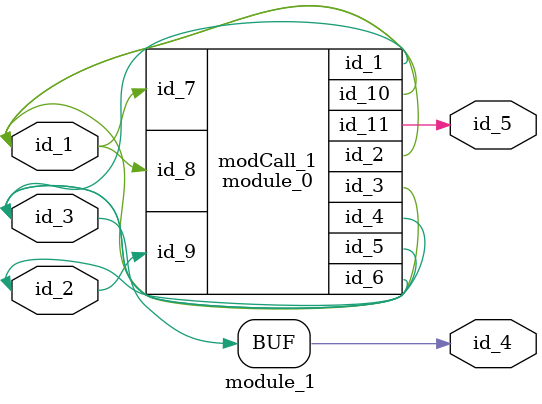
<source format=v>
module module_0 (
    id_1,
    id_2,
    id_3,
    id_4,
    id_5,
    id_6,
    id_7,
    id_8,
    id_9,
    id_10,
    id_11
);
  output wire id_11;
  inout wire id_10;
  input wire id_9;
  input wire id_8;
  input wire id_7;
  inout wire id_6;
  output wire id_5;
  output wire id_4;
  inout wire id_3;
  inout wire id_2;
  output wire id_1;
  wire id_12;
  wire id_13;
endmodule
module module_1 (
    id_1,
    id_2,
    id_3,
    id_4,
    id_5
);
  output wire id_5;
  output wire id_4;
  input wire id_3;
  inout wire id_2;
  inout wire id_1;
  assign id_4 = id_3;
  module_0 modCall_1 (
      id_4,
      id_1,
      id_1,
      id_4,
      id_4,
      id_2,
      id_1,
      id_1,
      id_2,
      id_1,
      id_5
  );
endmodule

</source>
